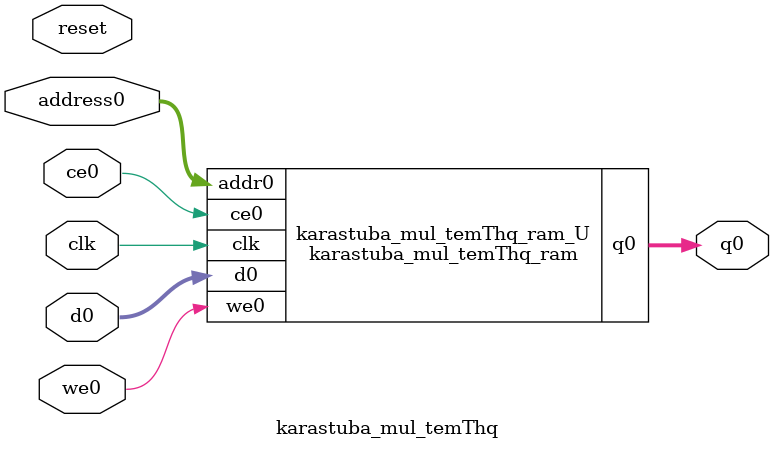
<source format=v>
`timescale 1 ns / 1 ps
module karastuba_mul_temThq_ram (addr0, ce0, d0, we0, q0,  clk);

parameter DWIDTH = 64;
parameter AWIDTH = 6;
parameter MEM_SIZE = 64;

input[AWIDTH-1:0] addr0;
input ce0;
input[DWIDTH-1:0] d0;
input we0;
output reg[DWIDTH-1:0] q0;
input clk;

(* ram_style = "block" *)reg [DWIDTH-1:0] ram[0:MEM_SIZE-1];




always @(posedge clk)  
begin 
    if (ce0) begin
        if (we0) 
            ram[addr0] <= d0; 
        q0 <= ram[addr0];
    end
end


endmodule

`timescale 1 ns / 1 ps
module karastuba_mul_temThq(
    reset,
    clk,
    address0,
    ce0,
    we0,
    d0,
    q0);

parameter DataWidth = 32'd64;
parameter AddressRange = 32'd64;
parameter AddressWidth = 32'd6;
input reset;
input clk;
input[AddressWidth - 1:0] address0;
input ce0;
input we0;
input[DataWidth - 1:0] d0;
output[DataWidth - 1:0] q0;



karastuba_mul_temThq_ram karastuba_mul_temThq_ram_U(
    .clk( clk ),
    .addr0( address0 ),
    .ce0( ce0 ),
    .we0( we0 ),
    .d0( d0 ),
    .q0( q0 ));

endmodule


</source>
